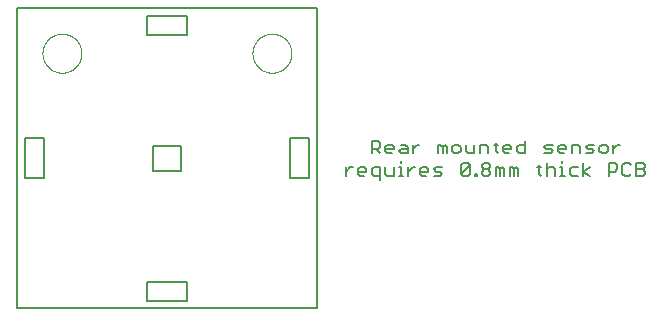
<source format=gko>
G75*
%MOIN*%
%OFA0B0*%
%FSLAX25Y25*%
%IPPOS*%
%LPD*%
%AMOC8*
5,1,8,0,0,1.08239X$1,22.5*
%
%ADD10C,0.00800*%
%ADD11C,0.00000*%
%ADD12C,0.00500*%
D10*
X0163333Y0075000D02*
X0263333Y0075000D01*
X0263333Y0175000D01*
X0163333Y0175000D01*
X0163333Y0075000D01*
X0273090Y0119150D02*
X0273090Y0121952D01*
X0273090Y0120551D02*
X0274491Y0121952D01*
X0275192Y0121952D01*
X0276927Y0121252D02*
X0277627Y0121952D01*
X0279028Y0121952D01*
X0279729Y0121252D01*
X0279729Y0120551D01*
X0276927Y0120551D01*
X0276927Y0119851D02*
X0276927Y0121252D01*
X0276927Y0119851D02*
X0277627Y0119150D01*
X0279028Y0119150D01*
X0281531Y0119851D02*
X0281531Y0121252D01*
X0282231Y0121952D01*
X0284333Y0121952D01*
X0284333Y0117749D01*
X0284333Y0119150D02*
X0282231Y0119150D01*
X0281531Y0119851D01*
X0286134Y0119851D02*
X0286134Y0121952D01*
X0286134Y0119851D02*
X0286835Y0119150D01*
X0288937Y0119150D01*
X0288937Y0121952D01*
X0290738Y0121952D02*
X0291439Y0121952D01*
X0291439Y0119150D01*
X0290738Y0119150D02*
X0292140Y0119150D01*
X0293808Y0119150D02*
X0293808Y0121952D01*
X0293808Y0120551D02*
X0295209Y0121952D01*
X0295909Y0121952D01*
X0297644Y0121252D02*
X0297644Y0119851D01*
X0298345Y0119150D01*
X0299746Y0119150D01*
X0300447Y0120551D02*
X0297644Y0120551D01*
X0297644Y0121252D02*
X0298345Y0121952D01*
X0299746Y0121952D01*
X0300447Y0121252D01*
X0300447Y0120551D01*
X0302248Y0121252D02*
X0302949Y0121952D01*
X0305051Y0121952D01*
X0304350Y0120551D02*
X0302949Y0120551D01*
X0302248Y0121252D01*
X0302248Y0119150D02*
X0304350Y0119150D01*
X0305051Y0119851D01*
X0304350Y0120551D01*
X0311456Y0119851D02*
X0314258Y0122653D01*
X0314258Y0119851D01*
X0313558Y0119150D01*
X0312157Y0119150D01*
X0311456Y0119851D01*
X0311456Y0122653D01*
X0312157Y0123354D01*
X0313558Y0123354D01*
X0314258Y0122653D01*
X0318362Y0122653D02*
X0318362Y0121952D01*
X0319063Y0121252D01*
X0320464Y0121252D01*
X0321164Y0120551D01*
X0321164Y0119851D01*
X0320464Y0119150D01*
X0319063Y0119150D01*
X0318362Y0119851D01*
X0318362Y0120551D01*
X0319063Y0121252D01*
X0320464Y0121252D02*
X0321164Y0121952D01*
X0321164Y0122653D01*
X0320464Y0123354D01*
X0319063Y0123354D01*
X0318362Y0122653D01*
X0322966Y0121952D02*
X0323666Y0121952D01*
X0324367Y0121252D01*
X0325068Y0121952D01*
X0325768Y0121252D01*
X0325768Y0119150D01*
X0324367Y0119150D02*
X0324367Y0121252D01*
X0322966Y0121952D02*
X0322966Y0119150D01*
X0327570Y0119150D02*
X0327570Y0121952D01*
X0328270Y0121952D01*
X0328971Y0121252D01*
X0329672Y0121952D01*
X0330372Y0121252D01*
X0330372Y0119150D01*
X0328971Y0119150D02*
X0328971Y0121252D01*
X0336778Y0121952D02*
X0338179Y0121952D01*
X0337478Y0122653D02*
X0337478Y0119851D01*
X0338179Y0119150D01*
X0339847Y0119150D02*
X0339847Y0123354D01*
X0340548Y0121952D02*
X0341949Y0121952D01*
X0342649Y0121252D01*
X0342649Y0119150D01*
X0344451Y0119150D02*
X0345852Y0119150D01*
X0345151Y0119150D02*
X0345151Y0121952D01*
X0344451Y0121952D01*
X0345151Y0123354D02*
X0345151Y0124054D01*
X0345785Y0126650D02*
X0344384Y0126650D01*
X0343684Y0127351D01*
X0343684Y0128752D01*
X0344384Y0129452D01*
X0345785Y0129452D01*
X0346486Y0128752D01*
X0346486Y0128051D01*
X0343684Y0128051D01*
X0341882Y0127351D02*
X0341181Y0128051D01*
X0339780Y0128051D01*
X0339080Y0128752D01*
X0339780Y0129452D01*
X0341882Y0129452D01*
X0341882Y0127351D02*
X0341181Y0126650D01*
X0339080Y0126650D01*
X0332674Y0126650D02*
X0330572Y0126650D01*
X0329872Y0127351D01*
X0329872Y0128752D01*
X0330572Y0129452D01*
X0332674Y0129452D01*
X0332674Y0130854D02*
X0332674Y0126650D01*
X0328070Y0128051D02*
X0325268Y0128051D01*
X0325268Y0127351D02*
X0325268Y0128752D01*
X0325968Y0129452D01*
X0327370Y0129452D01*
X0328070Y0128752D01*
X0328070Y0128051D01*
X0327370Y0126650D02*
X0325968Y0126650D01*
X0325268Y0127351D01*
X0323600Y0126650D02*
X0322899Y0127351D01*
X0322899Y0130153D01*
X0322199Y0129452D02*
X0323600Y0129452D01*
X0320397Y0128752D02*
X0320397Y0126650D01*
X0320397Y0128752D02*
X0319696Y0129452D01*
X0317595Y0129452D01*
X0317595Y0126650D01*
X0315793Y0126650D02*
X0315793Y0129452D01*
X0312991Y0129452D02*
X0312991Y0127351D01*
X0313691Y0126650D01*
X0315793Y0126650D01*
X0311189Y0127351D02*
X0311189Y0128752D01*
X0310489Y0129452D01*
X0309087Y0129452D01*
X0308387Y0128752D01*
X0308387Y0127351D01*
X0309087Y0126650D01*
X0310489Y0126650D01*
X0311189Y0127351D01*
X0306585Y0126650D02*
X0306585Y0128752D01*
X0305885Y0129452D01*
X0305184Y0128752D01*
X0305184Y0126650D01*
X0303783Y0126650D02*
X0303783Y0129452D01*
X0304483Y0129452D01*
X0305184Y0128752D01*
X0297444Y0129452D02*
X0296744Y0129452D01*
X0295342Y0128051D01*
X0295342Y0126650D02*
X0295342Y0129452D01*
X0293541Y0128752D02*
X0292840Y0129452D01*
X0291439Y0129452D01*
X0291439Y0128051D02*
X0293541Y0128051D01*
X0293541Y0128752D02*
X0293541Y0126650D01*
X0291439Y0126650D01*
X0290738Y0127351D01*
X0291439Y0128051D01*
X0288937Y0128051D02*
X0286135Y0128051D01*
X0286135Y0127351D02*
X0286135Y0128752D01*
X0286835Y0129452D01*
X0288236Y0129452D01*
X0288937Y0128752D01*
X0288937Y0128051D01*
X0288236Y0126650D02*
X0286835Y0126650D01*
X0286135Y0127351D01*
X0284333Y0126650D02*
X0282932Y0128051D01*
X0283632Y0128051D02*
X0281531Y0128051D01*
X0281531Y0126650D02*
X0281531Y0130854D01*
X0283632Y0130854D01*
X0284333Y0130153D01*
X0284333Y0128752D01*
X0283632Y0128051D01*
X0291439Y0124054D02*
X0291439Y0123354D01*
X0316060Y0119851D02*
X0316761Y0119851D01*
X0316761Y0119150D01*
X0316060Y0119150D01*
X0316060Y0119851D01*
X0339847Y0121252D02*
X0340548Y0121952D01*
X0347520Y0121252D02*
X0347520Y0119851D01*
X0348221Y0119150D01*
X0350323Y0119150D01*
X0352124Y0119150D02*
X0352124Y0123354D01*
X0350323Y0121952D02*
X0348221Y0121952D01*
X0347520Y0121252D01*
X0352124Y0120551D02*
X0354226Y0121952D01*
X0352124Y0120551D02*
X0354226Y0119150D01*
X0360565Y0119150D02*
X0360565Y0123354D01*
X0362666Y0123354D01*
X0363367Y0122653D01*
X0363367Y0121252D01*
X0362666Y0120551D01*
X0360565Y0120551D01*
X0365169Y0119851D02*
X0365869Y0119150D01*
X0367270Y0119150D01*
X0367971Y0119851D01*
X0369772Y0119150D02*
X0371874Y0119150D01*
X0372575Y0119851D01*
X0372575Y0120551D01*
X0371874Y0121252D01*
X0369772Y0121252D01*
X0369772Y0119150D02*
X0369772Y0123354D01*
X0371874Y0123354D01*
X0372575Y0122653D01*
X0372575Y0121952D01*
X0371874Y0121252D01*
X0367971Y0122653D02*
X0367270Y0123354D01*
X0365869Y0123354D01*
X0365169Y0122653D01*
X0365169Y0119851D01*
X0362099Y0126650D02*
X0362099Y0129452D01*
X0362099Y0128051D02*
X0363500Y0129452D01*
X0364201Y0129452D01*
X0360298Y0128752D02*
X0359597Y0129452D01*
X0358196Y0129452D01*
X0357495Y0128752D01*
X0357495Y0127351D01*
X0358196Y0126650D01*
X0359597Y0126650D01*
X0360298Y0127351D01*
X0360298Y0128752D01*
X0355694Y0129452D02*
X0353592Y0129452D01*
X0352891Y0128752D01*
X0353592Y0128051D01*
X0354993Y0128051D01*
X0355694Y0127351D01*
X0354993Y0126650D01*
X0352891Y0126650D01*
X0351090Y0126650D02*
X0351090Y0128752D01*
X0350389Y0129452D01*
X0348287Y0129452D01*
X0348287Y0126650D01*
D11*
X0241833Y0160000D02*
X0241835Y0160161D01*
X0241841Y0160321D01*
X0241851Y0160482D01*
X0241865Y0160642D01*
X0241883Y0160802D01*
X0241904Y0160961D01*
X0241930Y0161120D01*
X0241960Y0161278D01*
X0241993Y0161435D01*
X0242031Y0161592D01*
X0242072Y0161747D01*
X0242117Y0161901D01*
X0242166Y0162054D01*
X0242219Y0162206D01*
X0242275Y0162357D01*
X0242336Y0162506D01*
X0242399Y0162654D01*
X0242467Y0162800D01*
X0242538Y0162944D01*
X0242612Y0163086D01*
X0242690Y0163227D01*
X0242772Y0163365D01*
X0242857Y0163502D01*
X0242945Y0163636D01*
X0243037Y0163768D01*
X0243132Y0163898D01*
X0243230Y0164026D01*
X0243331Y0164151D01*
X0243435Y0164273D01*
X0243542Y0164393D01*
X0243652Y0164510D01*
X0243765Y0164625D01*
X0243881Y0164736D01*
X0244000Y0164845D01*
X0244121Y0164950D01*
X0244245Y0165053D01*
X0244371Y0165153D01*
X0244499Y0165249D01*
X0244630Y0165342D01*
X0244764Y0165432D01*
X0244899Y0165519D01*
X0245037Y0165602D01*
X0245176Y0165682D01*
X0245318Y0165758D01*
X0245461Y0165831D01*
X0245606Y0165900D01*
X0245753Y0165966D01*
X0245901Y0166028D01*
X0246051Y0166086D01*
X0246202Y0166141D01*
X0246355Y0166192D01*
X0246509Y0166239D01*
X0246664Y0166282D01*
X0246820Y0166321D01*
X0246976Y0166357D01*
X0247134Y0166388D01*
X0247292Y0166416D01*
X0247451Y0166440D01*
X0247611Y0166460D01*
X0247771Y0166476D01*
X0247931Y0166488D01*
X0248092Y0166496D01*
X0248253Y0166500D01*
X0248413Y0166500D01*
X0248574Y0166496D01*
X0248735Y0166488D01*
X0248895Y0166476D01*
X0249055Y0166460D01*
X0249215Y0166440D01*
X0249374Y0166416D01*
X0249532Y0166388D01*
X0249690Y0166357D01*
X0249846Y0166321D01*
X0250002Y0166282D01*
X0250157Y0166239D01*
X0250311Y0166192D01*
X0250464Y0166141D01*
X0250615Y0166086D01*
X0250765Y0166028D01*
X0250913Y0165966D01*
X0251060Y0165900D01*
X0251205Y0165831D01*
X0251348Y0165758D01*
X0251490Y0165682D01*
X0251629Y0165602D01*
X0251767Y0165519D01*
X0251902Y0165432D01*
X0252036Y0165342D01*
X0252167Y0165249D01*
X0252295Y0165153D01*
X0252421Y0165053D01*
X0252545Y0164950D01*
X0252666Y0164845D01*
X0252785Y0164736D01*
X0252901Y0164625D01*
X0253014Y0164510D01*
X0253124Y0164393D01*
X0253231Y0164273D01*
X0253335Y0164151D01*
X0253436Y0164026D01*
X0253534Y0163898D01*
X0253629Y0163768D01*
X0253721Y0163636D01*
X0253809Y0163502D01*
X0253894Y0163365D01*
X0253976Y0163227D01*
X0254054Y0163086D01*
X0254128Y0162944D01*
X0254199Y0162800D01*
X0254267Y0162654D01*
X0254330Y0162506D01*
X0254391Y0162357D01*
X0254447Y0162206D01*
X0254500Y0162054D01*
X0254549Y0161901D01*
X0254594Y0161747D01*
X0254635Y0161592D01*
X0254673Y0161435D01*
X0254706Y0161278D01*
X0254736Y0161120D01*
X0254762Y0160961D01*
X0254783Y0160802D01*
X0254801Y0160642D01*
X0254815Y0160482D01*
X0254825Y0160321D01*
X0254831Y0160161D01*
X0254833Y0160000D01*
X0254831Y0159839D01*
X0254825Y0159679D01*
X0254815Y0159518D01*
X0254801Y0159358D01*
X0254783Y0159198D01*
X0254762Y0159039D01*
X0254736Y0158880D01*
X0254706Y0158722D01*
X0254673Y0158565D01*
X0254635Y0158408D01*
X0254594Y0158253D01*
X0254549Y0158099D01*
X0254500Y0157946D01*
X0254447Y0157794D01*
X0254391Y0157643D01*
X0254330Y0157494D01*
X0254267Y0157346D01*
X0254199Y0157200D01*
X0254128Y0157056D01*
X0254054Y0156914D01*
X0253976Y0156773D01*
X0253894Y0156635D01*
X0253809Y0156498D01*
X0253721Y0156364D01*
X0253629Y0156232D01*
X0253534Y0156102D01*
X0253436Y0155974D01*
X0253335Y0155849D01*
X0253231Y0155727D01*
X0253124Y0155607D01*
X0253014Y0155490D01*
X0252901Y0155375D01*
X0252785Y0155264D01*
X0252666Y0155155D01*
X0252545Y0155050D01*
X0252421Y0154947D01*
X0252295Y0154847D01*
X0252167Y0154751D01*
X0252036Y0154658D01*
X0251902Y0154568D01*
X0251767Y0154481D01*
X0251629Y0154398D01*
X0251490Y0154318D01*
X0251348Y0154242D01*
X0251205Y0154169D01*
X0251060Y0154100D01*
X0250913Y0154034D01*
X0250765Y0153972D01*
X0250615Y0153914D01*
X0250464Y0153859D01*
X0250311Y0153808D01*
X0250157Y0153761D01*
X0250002Y0153718D01*
X0249846Y0153679D01*
X0249690Y0153643D01*
X0249532Y0153612D01*
X0249374Y0153584D01*
X0249215Y0153560D01*
X0249055Y0153540D01*
X0248895Y0153524D01*
X0248735Y0153512D01*
X0248574Y0153504D01*
X0248413Y0153500D01*
X0248253Y0153500D01*
X0248092Y0153504D01*
X0247931Y0153512D01*
X0247771Y0153524D01*
X0247611Y0153540D01*
X0247451Y0153560D01*
X0247292Y0153584D01*
X0247134Y0153612D01*
X0246976Y0153643D01*
X0246820Y0153679D01*
X0246664Y0153718D01*
X0246509Y0153761D01*
X0246355Y0153808D01*
X0246202Y0153859D01*
X0246051Y0153914D01*
X0245901Y0153972D01*
X0245753Y0154034D01*
X0245606Y0154100D01*
X0245461Y0154169D01*
X0245318Y0154242D01*
X0245176Y0154318D01*
X0245037Y0154398D01*
X0244899Y0154481D01*
X0244764Y0154568D01*
X0244630Y0154658D01*
X0244499Y0154751D01*
X0244371Y0154847D01*
X0244245Y0154947D01*
X0244121Y0155050D01*
X0244000Y0155155D01*
X0243881Y0155264D01*
X0243765Y0155375D01*
X0243652Y0155490D01*
X0243542Y0155607D01*
X0243435Y0155727D01*
X0243331Y0155849D01*
X0243230Y0155974D01*
X0243132Y0156102D01*
X0243037Y0156232D01*
X0242945Y0156364D01*
X0242857Y0156498D01*
X0242772Y0156635D01*
X0242690Y0156773D01*
X0242612Y0156914D01*
X0242538Y0157056D01*
X0242467Y0157200D01*
X0242399Y0157346D01*
X0242336Y0157494D01*
X0242275Y0157643D01*
X0242219Y0157794D01*
X0242166Y0157946D01*
X0242117Y0158099D01*
X0242072Y0158253D01*
X0242031Y0158408D01*
X0241993Y0158565D01*
X0241960Y0158722D01*
X0241930Y0158880D01*
X0241904Y0159039D01*
X0241883Y0159198D01*
X0241865Y0159358D01*
X0241851Y0159518D01*
X0241841Y0159679D01*
X0241835Y0159839D01*
X0241833Y0160000D01*
X0171833Y0160000D02*
X0171835Y0160161D01*
X0171841Y0160321D01*
X0171851Y0160482D01*
X0171865Y0160642D01*
X0171883Y0160802D01*
X0171904Y0160961D01*
X0171930Y0161120D01*
X0171960Y0161278D01*
X0171993Y0161435D01*
X0172031Y0161592D01*
X0172072Y0161747D01*
X0172117Y0161901D01*
X0172166Y0162054D01*
X0172219Y0162206D01*
X0172275Y0162357D01*
X0172336Y0162506D01*
X0172399Y0162654D01*
X0172467Y0162800D01*
X0172538Y0162944D01*
X0172612Y0163086D01*
X0172690Y0163227D01*
X0172772Y0163365D01*
X0172857Y0163502D01*
X0172945Y0163636D01*
X0173037Y0163768D01*
X0173132Y0163898D01*
X0173230Y0164026D01*
X0173331Y0164151D01*
X0173435Y0164273D01*
X0173542Y0164393D01*
X0173652Y0164510D01*
X0173765Y0164625D01*
X0173881Y0164736D01*
X0174000Y0164845D01*
X0174121Y0164950D01*
X0174245Y0165053D01*
X0174371Y0165153D01*
X0174499Y0165249D01*
X0174630Y0165342D01*
X0174764Y0165432D01*
X0174899Y0165519D01*
X0175037Y0165602D01*
X0175176Y0165682D01*
X0175318Y0165758D01*
X0175461Y0165831D01*
X0175606Y0165900D01*
X0175753Y0165966D01*
X0175901Y0166028D01*
X0176051Y0166086D01*
X0176202Y0166141D01*
X0176355Y0166192D01*
X0176509Y0166239D01*
X0176664Y0166282D01*
X0176820Y0166321D01*
X0176976Y0166357D01*
X0177134Y0166388D01*
X0177292Y0166416D01*
X0177451Y0166440D01*
X0177611Y0166460D01*
X0177771Y0166476D01*
X0177931Y0166488D01*
X0178092Y0166496D01*
X0178253Y0166500D01*
X0178413Y0166500D01*
X0178574Y0166496D01*
X0178735Y0166488D01*
X0178895Y0166476D01*
X0179055Y0166460D01*
X0179215Y0166440D01*
X0179374Y0166416D01*
X0179532Y0166388D01*
X0179690Y0166357D01*
X0179846Y0166321D01*
X0180002Y0166282D01*
X0180157Y0166239D01*
X0180311Y0166192D01*
X0180464Y0166141D01*
X0180615Y0166086D01*
X0180765Y0166028D01*
X0180913Y0165966D01*
X0181060Y0165900D01*
X0181205Y0165831D01*
X0181348Y0165758D01*
X0181490Y0165682D01*
X0181629Y0165602D01*
X0181767Y0165519D01*
X0181902Y0165432D01*
X0182036Y0165342D01*
X0182167Y0165249D01*
X0182295Y0165153D01*
X0182421Y0165053D01*
X0182545Y0164950D01*
X0182666Y0164845D01*
X0182785Y0164736D01*
X0182901Y0164625D01*
X0183014Y0164510D01*
X0183124Y0164393D01*
X0183231Y0164273D01*
X0183335Y0164151D01*
X0183436Y0164026D01*
X0183534Y0163898D01*
X0183629Y0163768D01*
X0183721Y0163636D01*
X0183809Y0163502D01*
X0183894Y0163365D01*
X0183976Y0163227D01*
X0184054Y0163086D01*
X0184128Y0162944D01*
X0184199Y0162800D01*
X0184267Y0162654D01*
X0184330Y0162506D01*
X0184391Y0162357D01*
X0184447Y0162206D01*
X0184500Y0162054D01*
X0184549Y0161901D01*
X0184594Y0161747D01*
X0184635Y0161592D01*
X0184673Y0161435D01*
X0184706Y0161278D01*
X0184736Y0161120D01*
X0184762Y0160961D01*
X0184783Y0160802D01*
X0184801Y0160642D01*
X0184815Y0160482D01*
X0184825Y0160321D01*
X0184831Y0160161D01*
X0184833Y0160000D01*
X0184831Y0159839D01*
X0184825Y0159679D01*
X0184815Y0159518D01*
X0184801Y0159358D01*
X0184783Y0159198D01*
X0184762Y0159039D01*
X0184736Y0158880D01*
X0184706Y0158722D01*
X0184673Y0158565D01*
X0184635Y0158408D01*
X0184594Y0158253D01*
X0184549Y0158099D01*
X0184500Y0157946D01*
X0184447Y0157794D01*
X0184391Y0157643D01*
X0184330Y0157494D01*
X0184267Y0157346D01*
X0184199Y0157200D01*
X0184128Y0157056D01*
X0184054Y0156914D01*
X0183976Y0156773D01*
X0183894Y0156635D01*
X0183809Y0156498D01*
X0183721Y0156364D01*
X0183629Y0156232D01*
X0183534Y0156102D01*
X0183436Y0155974D01*
X0183335Y0155849D01*
X0183231Y0155727D01*
X0183124Y0155607D01*
X0183014Y0155490D01*
X0182901Y0155375D01*
X0182785Y0155264D01*
X0182666Y0155155D01*
X0182545Y0155050D01*
X0182421Y0154947D01*
X0182295Y0154847D01*
X0182167Y0154751D01*
X0182036Y0154658D01*
X0181902Y0154568D01*
X0181767Y0154481D01*
X0181629Y0154398D01*
X0181490Y0154318D01*
X0181348Y0154242D01*
X0181205Y0154169D01*
X0181060Y0154100D01*
X0180913Y0154034D01*
X0180765Y0153972D01*
X0180615Y0153914D01*
X0180464Y0153859D01*
X0180311Y0153808D01*
X0180157Y0153761D01*
X0180002Y0153718D01*
X0179846Y0153679D01*
X0179690Y0153643D01*
X0179532Y0153612D01*
X0179374Y0153584D01*
X0179215Y0153560D01*
X0179055Y0153540D01*
X0178895Y0153524D01*
X0178735Y0153512D01*
X0178574Y0153504D01*
X0178413Y0153500D01*
X0178253Y0153500D01*
X0178092Y0153504D01*
X0177931Y0153512D01*
X0177771Y0153524D01*
X0177611Y0153540D01*
X0177451Y0153560D01*
X0177292Y0153584D01*
X0177134Y0153612D01*
X0176976Y0153643D01*
X0176820Y0153679D01*
X0176664Y0153718D01*
X0176509Y0153761D01*
X0176355Y0153808D01*
X0176202Y0153859D01*
X0176051Y0153914D01*
X0175901Y0153972D01*
X0175753Y0154034D01*
X0175606Y0154100D01*
X0175461Y0154169D01*
X0175318Y0154242D01*
X0175176Y0154318D01*
X0175037Y0154398D01*
X0174899Y0154481D01*
X0174764Y0154568D01*
X0174630Y0154658D01*
X0174499Y0154751D01*
X0174371Y0154847D01*
X0174245Y0154947D01*
X0174121Y0155050D01*
X0174000Y0155155D01*
X0173881Y0155264D01*
X0173765Y0155375D01*
X0173652Y0155490D01*
X0173542Y0155607D01*
X0173435Y0155727D01*
X0173331Y0155849D01*
X0173230Y0155974D01*
X0173132Y0156102D01*
X0173037Y0156232D01*
X0172945Y0156364D01*
X0172857Y0156498D01*
X0172772Y0156635D01*
X0172690Y0156773D01*
X0172612Y0156914D01*
X0172538Y0157056D01*
X0172467Y0157200D01*
X0172399Y0157346D01*
X0172336Y0157494D01*
X0172275Y0157643D01*
X0172219Y0157794D01*
X0172166Y0157946D01*
X0172117Y0158099D01*
X0172072Y0158253D01*
X0172031Y0158408D01*
X0171993Y0158565D01*
X0171960Y0158722D01*
X0171930Y0158880D01*
X0171904Y0159039D01*
X0171883Y0159198D01*
X0171865Y0159358D01*
X0171851Y0159518D01*
X0171841Y0159679D01*
X0171835Y0159839D01*
X0171833Y0160000D01*
D12*
X0206640Y0166142D02*
X0206640Y0172441D01*
X0220026Y0172441D01*
X0220026Y0166142D01*
X0206640Y0166142D01*
X0172192Y0131693D02*
X0165892Y0131693D01*
X0165892Y0118307D01*
X0172192Y0118307D01*
X0172192Y0131693D01*
X0208609Y0129087D02*
X0208609Y0120819D01*
X0218058Y0120819D01*
X0218058Y0129087D01*
X0208609Y0129087D01*
X0254475Y0131693D02*
X0254475Y0118307D01*
X0260774Y0118307D01*
X0260774Y0131693D01*
X0254475Y0131693D01*
X0220026Y0083858D02*
X0206640Y0083858D01*
X0206640Y0077559D01*
X0220026Y0077559D01*
X0220026Y0083858D01*
M02*

</source>
